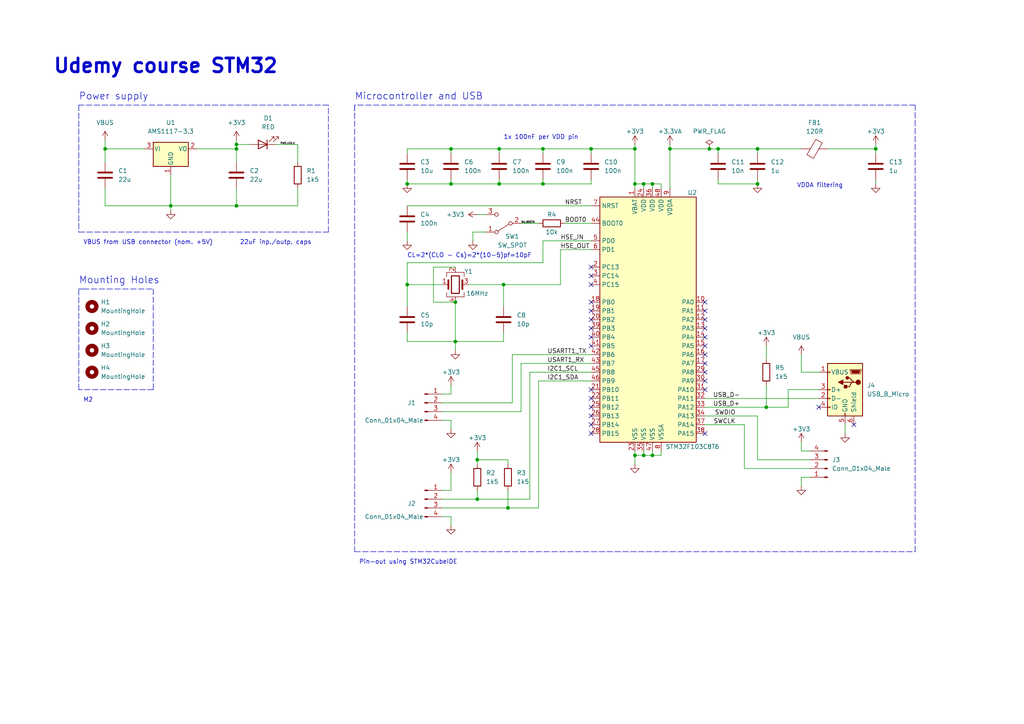
<source format=kicad_sch>
(kicad_sch (version 20211123) (generator eeschema)
  (paper "A4")
  (title_block (title "Udemy course STM32") (date "10.06.2024") (rev "0.1") (company "Jan Baryczkowsksi"))
  (lib_symbols
    (symbol "Connector:Conn_01x04_Male" (pin_names (offset 1.016) hide)
      (property "Reference" "J" (at 0 5.08 0))
      (property "Value" "Conn_01x04_Male" (at 0 -7.62 0))
      (symbol "Conn_01x04_Male_1_1"
        (polyline (pts (xy 1.27 -5.08) (xy 0.8636 -5.08)) (stroke (width 0.1524)))
        (polyline (pts (xy 1.27 -2.54) (xy 0.8636 -2.54)) (stroke (width 0.1524)))
        (polyline (pts (xy 1.27 0) (xy 0.8636 0)) (stroke (width 0.1524)))
        (polyline (pts (xy 1.27 2.54) (xy 0.8636 2.54)) (stroke (width 0.1524)))
        (rectangle (start 0.8636 -4.953) (end 0 -5.207) (stroke (width 0.1524)) (fill (type outline)))
        (rectangle (start 0.8636 -2.413) (end 0 -2.667) (stroke (width 0.1524)) (fill (type outline)))
        (rectangle (start 0.8636 0.127) (end 0 -0.127) (stroke (width 0.1524)) (fill (type outline)))
        (rectangle (start 0.8636 2.667) (end 0 2.413) (stroke (width 0.1524)) (fill (type outline)))
        (pin passive line (at 5.08 2.54 180) (length 3.81) (name "Pin_1") (number "1"))
        (pin passive line (at 5.08 0 180) (length 3.81) (name "Pin_2") (number "2"))
        (pin passive line (at 5.08 -2.54 180) (length 3.81) (name "Pin_3") (number "3"))
        (pin passive line (at 5.08 -5.08 180) (length 3.81) (name "Pin_4") (number "4"))
      )
    )
    (symbol "Connector:USB_B_Micro" (pin_names (offset 1.016))
      (property "Reference" "J" (at -5.08 11.43 0))
      (property "Value" "USB_B_Micro" (at -5.08 8.89 0))
      (symbol "USB_B_Micro_0_1"
        (rectangle (start -5.08 -7.62) (end 5.08 7.62) (stroke (width 0.254)) (fill (type background)))
        (circle (center -3.81 2.159) (radius 0.635) (stroke (width 0.254)) (fill (type outline)))
        (circle (center -0.635 3.429) (radius 0.381) (stroke (width 0.254)) (fill (type outline)))
        (rectangle (start -0.127 -7.62) (end 0.127 -6.858))
        (polyline (pts (xy -1.905 2.159) (xy 0.635 2.159)) (stroke (width 0.254)))
        (polyline (pts (xy -3.175 2.159) (xy -2.54 2.159) (xy -1.27 3.429) (xy -0.635 3.429)) (stroke (width 0.254)))
        (polyline (pts (xy -2.54 2.159) (xy -1.905 2.159) (xy -1.27 0.889) (xy 0 0.889)) (stroke (width 0.254)))
        (polyline (pts (xy 0.635 2.794) (xy 0.635 1.524) (xy 1.905 2.159) (xy 0.635 2.794)) (stroke (width 0.254)) (fill (type outline)))
        (polyline (pts (xy -4.318 5.588) (xy -1.778 5.588) (xy -2.032 4.826) (xy -4.064 4.826) (xy -4.318 5.588)) (fill (type outline)))
        (polyline (pts (xy -4.699 5.842) (xy -4.699 5.588) (xy -4.445 4.826) (xy -4.445 4.572) (xy -1.651 4.572) (xy -1.651 4.826) (xy -1.397 5.588) (xy -1.397 5.842) (xy -4.699 5.842)))
        (rectangle (start 0.254 1.27) (end -0.508 0.508) (stroke (width 0.254)) (fill (type outline)))
        (rectangle (start 5.08 -5.207) (end 4.318 -4.953))
        (rectangle (start 5.08 -2.667) (end 4.318 -2.413))
        (rectangle (start 5.08 -0.127) (end 4.318 0.127))
        (rectangle (start 5.08 4.953) (end 4.318 5.207))
      )
      (symbol "USB_B_Micro_1_1"
        (pin power_out line (at 7.62 5.08 180) (length 2.54) (name "VBUS") (number "1"))
        (pin bidirectional line (at 7.62 -2.54 180) (length 2.54) (name "D-") (number "2"))
        (pin bidirectional line (at 7.62 0 180) (length 2.54) (name "D+") (number "3"))
        (pin passive line (at 7.62 -5.08 180) (length 2.54) (name "ID") (number "4"))
        (pin power_out line (at 0 -10.16 90) (length 2.54) (name "GND") (number "5"))
        (pin passive line (at -2.54 -10.16 90) (length 2.54) (name "Shield") (number "6"))
      )
    )
    (symbol "Device:C" (pin_numbers hide) (pin_names (offset 0.254))
      (property "Reference" "C" (at 0.635 2.54 0))
      (property "Value" "C" (at 0.635 -2.54 0))
      (symbol "C_0_1"
        (polyline (pts (xy -2.032 -0.762) (xy 2.032 -0.762)) (stroke (width 0.508)))
        (polyline (pts (xy -2.032 0.762) (xy 2.032 0.762)) (stroke (width 0.508)))
      )
      (symbol "C_1_1"
        (pin passive line (at 0 3.81 270) (length 2.794) (name "~") (number "1"))
        (pin passive line (at 0 -3.81 90) (length 2.794) (name "~") (number "2"))
      )
    )
    (symbol "Device:Crystal_GND24" (pin_names (offset 1.016) hide)
      (property "Reference" "Y" (at 3.175 5.08 0))
      (property "Value" "Crystal_GND24" (at 3.175 3.175 0))
      (symbol "Crystal_GND24_0_1"
        (rectangle (start -1.143 2.54) (end 1.143 -2.54) (stroke (width 0.3048)))
        (polyline (pts (xy -2.54 0) (xy -2.032 0)))
        (polyline (pts (xy -2.032 -1.27) (xy -2.032 1.27)) (stroke (width 0.508)))
        (polyline (pts (xy 0 -3.81) (xy 0 -3.556)))
        (polyline (pts (xy 0 3.556) (xy 0 3.81)))
        (polyline (pts (xy 2.032 -1.27) (xy 2.032 1.27)) (stroke (width 0.508)))
        (polyline (pts (xy 2.032 0) (xy 2.54 0)))
        (polyline (pts (xy -2.54 -2.286) (xy -2.54 -3.556) (xy 2.54 -3.556) (xy 2.54 -2.286)))
        (polyline (pts (xy -2.54 2.286) (xy -2.54 3.556) (xy 2.54 3.556) (xy 2.54 2.286)))
      )
      (symbol "Crystal_GND24_1_1"
        (pin passive line (at -3.81 0 0) (length 1.27) (name "1") (number "1"))
        (pin passive line (at 0 5.08 270) (length 1.27) (name "2") (number "2"))
        (pin passive line (at 3.81 0 180) (length 1.27) (name "3") (number "3"))
        (pin passive line (at 0 -5.08 90) (length 1.27) (name "4") (number "4"))
      )
    )
    (symbol "Device:FerriteBead" (pin_numbers hide) (pin_names (offset 0))
      (property "Reference" "FB" (at -3.81 0.635 90))
      (property "Value" "FerriteBead" (at 3.81 0 90))
      (symbol "FerriteBead_0_1"
        (polyline (pts (xy 0 -1.27) (xy 0 -1.2192)))
        (polyline (pts (xy 0 1.27) (xy 0 1.2954)))
        (polyline (pts (xy -2.7686 0.4064) (xy -1.7018 2.2606) (xy 2.7686 -0.3048) (xy 1.6764 -2.159) (xy -2.7686 0.4064)))
      )
      (symbol "FerriteBead_1_1"
        (pin passive line (at 0 3.81 270) (length 2.54) (name "~") (number "1"))
        (pin passive line (at 0 -3.81 90) (length 2.54) (name "~") (number "2"))
      )
    )
    (symbol "Device:LED" (pin_numbers hide) (pin_names (offset 1.016) hide)
      (property "Reference" "D" (at 0 2.54 0))
      (property "Value" "LED" (at 0 -2.54 0))
      (symbol "LED_0_1"
        (polyline (pts (xy -1.27 -1.27) (xy -1.27 1.27)) (stroke (width 0.254)))
        (polyline (pts (xy -1.27 0) (xy 1.27 0)))
        (polyline (pts (xy 1.27 -1.27) (xy 1.27 1.27) (xy -1.27 0) (xy 1.27 -1.27)) (stroke (width 0.254)))
        (polyline (pts (xy -3.048 -0.762) (xy -4.572 -2.286) (xy -3.81 -2.286) (xy -4.572 -2.286) (xy -4.572 -1.524)))
        (polyline (pts (xy -1.778 -0.762) (xy -3.302 -2.286) (xy -2.54 -2.286) (xy -3.302 -2.286) (xy -3.302 -1.524)))
      )
      (symbol "LED_1_1"
        (pin passive line (at -3.81 0 0) (length 2.54) (name "K") (number "1"))
        (pin passive line (at 3.81 0 180) (length 2.54) (name "A") (number "2"))
      )
    )
    (symbol "Device:R" (pin_numbers hide) (pin_names (offset 0))
      (property "Reference" "R" (at 2.032 0 90))
      (property "Value" "R" (at 0 0 90))
      (symbol "R_0_1"
        (rectangle (start -1.016 -2.54) (end 1.016 2.54) (stroke (width 0.254)))
      )
      (symbol "R_1_1"
        (pin passive line (at 0 3.81 270) (length 1.27) (name "~") (number "1"))
        (pin passive line (at 0 -3.81 90) (length 1.27) (name "~") (number "2"))
      )
    )
    (symbol "MCU_ST_STM32F1:STM32F103C8Tx"
      (property "Reference" "U" (at -15.24 36.83 0))
      (property "Value" "STM32F103C8Tx" (at 7.62 36.83 0))
      (symbol "STM32F103C8Tx_0_1"
        (rectangle (start -15.24 -35.56) (end 12.7 35.56) (stroke (width 0.254)) (fill (type background)))
      )
      (symbol "STM32F103C8Tx_1_1"
        (pin power_in line (at -5.08 38.1 270) (length 2.54) (name "VBAT") (number "1"))
        (pin bidirectional line (at 15.24 5.08 180) (length 2.54) (name "PA0") (number "10"))
        (pin bidirectional line (at 15.24 2.54 180) (length 2.54) (name "PA1") (number "11"))
        (pin bidirectional line (at 15.24 0 180) (length 2.54) (name "PA2") (number "12"))
        (pin bidirectional line (at 15.24 -2.54 180) (length 2.54) (name "PA3") (number "13"))
        (pin bidirectional line (at 15.24 -5.08 180) (length 2.54) (name "PA4") (number "14"))
        (pin bidirectional line (at 15.24 -7.62 180) (length 2.54) (name "PA5") (number "15"))
        (pin bidirectional line (at 15.24 -10.16 180) (length 2.54) (name "PA6") (number "16"))
        (pin bidirectional line (at 15.24 -12.7 180) (length 2.54) (name "PA7") (number "17"))
        (pin bidirectional line (at -17.78 5.08 0) (length 2.54) (name "PB0") (number "18"))
        (pin bidirectional line (at -17.78 2.54 0) (length 2.54) (name "PB1") (number "19"))
        (pin bidirectional line (at -17.78 15.24 0) (length 2.54) (name "PC13") (number "2"))
        (pin bidirectional line (at -17.78 0 0) (length 2.54) (name "PB2") (number "20"))
        (pin bidirectional line (at -17.78 -20.32 0) (length 2.54) (name "PB10") (number "21"))
        (pin bidirectional line (at -17.78 -22.86 0) (length 2.54) (name "PB11") (number "22"))
        (pin power_in line (at -5.08 -38.1 90) (length 2.54) (name "VSS") (number "23"))
        (pin power_in line (at -2.54 38.1 270) (length 2.54) (name "VDD") (number "24"))
        (pin bidirectional line (at -17.78 -25.4 0) (length 2.54) (name "PB12") (number "25"))
        (pin bidirectional line (at -17.78 -27.94 0) (length 2.54) (name "PB13") (number "26"))
        (pin bidirectional line (at -17.78 -30.48 0) (length 2.54) (name "PB14") (number "27"))
        (pin bidirectional line (at -17.78 -33.02 0) (length 2.54) (name "PB15") (number "28"))
        (pin bidirectional line (at 15.24 -15.24 180) (length 2.54) (name "PA8") (number "29"))
        (pin bidirectional line (at -17.78 12.7 0) (length 2.54) (name "PC14") (number "3"))
        (pin bidirectional line (at 15.24 -17.78 180) (length 2.54) (name "PA9") (number "30"))
        (pin bidirectional line (at 15.24 -20.32 180) (length 2.54) (name "PA10") (number "31"))
        (pin bidirectional line (at 15.24 -22.86 180) (length 2.54) (name "PA11") (number "32"))
        (pin bidirectional line (at 15.24 -25.4 180) (length 2.54) (name "PA12") (number "33"))
        (pin bidirectional line (at 15.24 -27.94 180) (length 2.54) (name "PA13") (number "34"))
        (pin power_in line (at -2.54 -38.1 90) (length 2.54) (name "VSS") (number "35"))
        (pin power_in line (at 0 38.1 270) (length 2.54) (name "VDD") (number "36"))
        (pin bidirectional line (at 15.24 -30.48 180) (length 2.54) (name "PA14") (number "37"))
        (pin bidirectional line (at 15.24 -33.02 180) (length 2.54) (name "PA15") (number "38"))
        (pin bidirectional line (at -17.78 -2.54 0) (length 2.54) (name "PB3") (number "39"))
        (pin bidirectional line (at -17.78 10.16 0) (length 2.54) (name "PC15") (number "4"))
        (pin bidirectional line (at -17.78 -5.08 0) (length 2.54) (name "PB4") (number "40"))
        (pin bidirectional line (at -17.78 -7.62 0) (length 2.54) (name "PB5") (number "41"))
        (pin bidirectional line (at -17.78 -10.16 0) (length 2.54) (name "PB6") (number "42"))
        (pin bidirectional line (at -17.78 -12.7 0) (length 2.54) (name "PB7") (number "43"))
        (pin input line (at -17.78 27.94 0) (length 2.54) (name "BOOT0") (number "44"))
        (pin bidirectional line (at -17.78 -15.24 0) (length 2.54) (name "PB8") (number "45"))
        (pin bidirectional line (at -17.78 -17.78 0) (length 2.54) (name "PB9") (number "46"))
        (pin power_in line (at 0 -38.1 90) (length 2.54) (name "VSS") (number "47"))
        (pin power_in line (at 2.54 38.1 270) (length 2.54) (name "VDD") (number "48"))
        (pin input line (at -17.78 22.86 0) (length 2.54) (name "PD0") (number "5"))
        (pin input line (at -17.78 20.32 0) (length 2.54) (name "PD1") (number "6"))
        (pin input line (at -17.78 33.02 0) (length 2.54) (name "NRST") (number "7"))
        (pin power_in line (at 2.54 -38.1 90) (length 2.54) (name "VSSA") (number "8"))
        (pin power_in line (at 5.08 38.1 270) (length 2.54) (name "VDDA") (number "9"))
      )
    )
    (symbol "Mechanical:MountingHole" (pin_names (offset 1.016))
      (property "Reference" "H" (at 0 5.08 0))
      (property "Value" "MountingHole" (at 0 3.175 0))
      (symbol "MountingHole_0_1"
        (circle (center 0 0) (radius 1.27) (stroke (width 1.27)))
      )
    )
    (symbol "Regulator_Linear:AMS1117-3.3" (pin_names (offset 0.254))
      (property "Reference" "U" (at -3.81 3.175 0))
      (property "Value" "AMS1117-3.3" (at 0 3.175 0))
      (symbol "AMS1117-3.3_0_1"
        (rectangle (start -5.08 -5.08) (end 5.08 1.905) (stroke (width 0.254)) (fill (type background)))
      )
      (symbol "AMS1117-3.3_1_1"
        (pin power_in line (at 0 -7.62 90) (length 2.54) (name "GND") (number "1"))
        (pin power_out line (at 7.62 0 180) (length 2.54) (name "VO") (number "2"))
        (pin power_in line (at -7.62 0 0) (length 2.54) (name "VI") (number "3"))
      )
    )
    (symbol "Switch:SW_SPDT" (pin_names (offset 0) hide)
      (property "Reference" "SW" (at 0 4.318 0))
      (property "Value" "SW_SPDT" (at 0 -5.08 0))
      (symbol "SW_SPDT_0_0"
        (circle (center -2.032 0) (radius 0.508))
        (circle (center 2.032 -2.54) (radius 0.508))
      )
      (symbol "SW_SPDT_0_1"
        (polyline (pts (xy -1.524 0.254) (xy 1.651 2.286)))
        (circle (center 2.032 2.54) (radius 0.508))
      )
      (symbol "SW_SPDT_1_1"
        (pin passive line (at 5.08 2.54 180) (length 2.54) (name "A") (number "1"))
        (pin passive line (at -5.08 0 0) (length 2.54) (name "B") (number "2"))
        (pin passive line (at 5.08 -2.54 180) (length 2.54) (name "C") (number "3"))
      )
    )
    (symbol "power:+3.3V" (power) (pin_names (offset 0))
      (property "Value" "+3.3V" (at 0 3.556 0))
      (symbol "+3.3V_0_1"
        (polyline (pts (xy -0.762 1.27) (xy 0 2.54)))
        (polyline (pts (xy 0 0) (xy 0 2.54)))
        (polyline (pts (xy 0 2.54) (xy 0.762 1.27)))
      )
      (symbol "+3.3V_1_1"
        (pin power_in line (at 0 0 90) (length 0) hide (name "+3V3") (number "1"))
      )
    )
    (symbol "power:+3.3VA" (power) (pin_names (offset 0))
      (property "Value" "+3.3VA" (at 0 3.556 0))
      (symbol "+3.3VA_0_1"
        (polyline (pts (xy -0.762 1.27) (xy 0 2.54)))
        (polyline (pts (xy 0 0) (xy 0 2.54)))
        (polyline (pts (xy 0 2.54) (xy 0.762 1.27)))
      )
      (symbol "+3.3VA_1_1"
        (pin power_in line (at 0 0 90) (length 0) hide (name "+3.3VA") (number "1"))
      )
    )
    (symbol "power:GND" (power) (pin_names (offset 0))
      (property "Value" "GND" (at 0 -3.81 0))
      (symbol "GND_0_1"
        (polyline (pts (xy 0 0) (xy 0 -1.27) (xy 1.27 -1.27) (xy 0 -2.54) (xy -1.27 -1.27) (xy 0 -1.27)))
      )
      (symbol "GND_1_1"
        (pin power_in line (at 0 0 270) (length 0) hide (name "GND") (number "1"))
      )
    )
    (symbol "power:PWR_FLAG" (power) (pin_numbers hide) (pin_names (offset 0) hide)
      (property "Value" "PWR_FLAG" (at 0 3.81 0))
      (symbol "PWR_FLAG_0_0"
        (pin power_out line (at 0 0 90) (length 0) (name "pwr") (number "1"))
      )
      (symbol "PWR_FLAG_0_1"
        (polyline (pts (xy 0 0) (xy 0 1.27) (xy -1.016 1.905) (xy 0 2.54) (xy 1.016 1.905) (xy 0 1.27)))
      )
    )
    (symbol "power:VBUS" (power) (pin_names (offset 0))
      (property "Value" "VBUS" (at 0 3.81 0))
      (symbol "VBUS_0_1"
        (polyline (pts (xy -0.762 1.27) (xy 0 2.54)))
        (polyline (pts (xy 0 0) (xy 0 2.54)))
        (polyline (pts (xy 0 2.54) (xy 0.762 1.27)))
      )
      (symbol "VBUS_1_1"
        (pin power_in line (at 0 0 90) (length 0) hide (name "VBUS") (number "1"))
      )
    )
  )
  (junction (at 184.15 53.34))
  (junction (at 184.15 132.08))
  (junction (at 222.25 118.11))
  (junction (at 144.78 53.34))
  (junction (at 205.74 43.18))
  (junction (at 30.48 43.18))
  (junction (at 157.48 53.34))
  (junction (at 171.45 43.18))
  (junction (at 130.81 53.34))
  (junction (at 138.43 144.78))
  (junction (at 254 43.18))
  (junction (at 186.69 53.34))
  (junction (at 68.58 59.69))
  (junction (at 118.11 53.34))
  (junction (at 208.28 43.18))
  (junction (at 130.81 43.18))
  (junction (at 189.23 53.34))
  (junction (at 186.69 132.08))
  (junction (at 146.05 82.55))
  (junction (at 144.78 43.18))
  (junction (at 49.53 59.69))
  (junction (at 219.71 53.34))
  (junction (at 157.48 43.18))
  (junction (at 132.08 87.63))
  (junction (at 68.58 41.91))
  (junction (at 138.43 133.35))
  (junction (at 68.58 43.18))
  (junction (at 132.08 99.06))
  (junction (at 219.71 43.18))
  (junction (at 147.32 147.32))
  (junction (at 194.31 43.18))
  (junction (at 118.11 82.55))
  (junction (at 184.15 43.18))
  (junction (at 189.23 132.08))
  (no_connect (at 247.65 123.19))
  (no_connect (at 204.47 105.41))
  (no_connect (at 204.47 113.03))
  (no_connect (at 171.45 90.17))
  (no_connect (at 204.47 107.95))
  (no_connect (at 171.45 123.19))
  (no_connect (at 204.47 95.25))
  (no_connect (at 171.45 115.57))
  (no_connect (at 171.45 80.01))
  (no_connect (at 237.49 118.11))
  (no_connect (at 171.45 92.71))
  (no_connect (at 171.45 87.63))
  (no_connect (at 171.45 95.25))
  (no_connect (at 171.45 100.33))
  (no_connect (at 204.47 102.87))
  (no_connect (at 171.45 113.03))
  (no_connect (at 171.45 125.73))
  (no_connect (at 204.47 92.71))
  (no_connect (at 171.45 82.55))
  (no_connect (at 204.47 87.63))
  (no_connect (at 204.47 90.17))
  (no_connect (at 204.47 110.49))
  (no_connect (at 171.45 118.11))
  (no_connect (at 204.47 125.73))
  (no_connect (at 171.45 120.65))
  (no_connect (at 204.47 97.79))
  (no_connect (at 171.45 97.79))
  (no_connect (at 171.45 77.47))
  (no_connect (at 204.47 100.33))
  (wire (pts (xy 118.11 59.69) (xy 171.45 59.69)))
  (wire (pts (xy 184.15 132.08) (xy 184.15 134.62)))
  (wire (pts (xy 132.08 99.06) (xy 146.05 99.06)))
  (wire (pts (xy 208.28 52.07) (xy 208.28 53.34)))
  (wire (pts (xy 49.53 59.69) (xy 68.58 59.69)))
  (wire (pts (xy 232.41 140.97) (xy 232.41 138.43)))
  (wire (pts (xy 118.11 43.18) (xy 118.11 44.45)))
  (wire (pts (xy 49.53 50.8) (xy 49.53 59.69)))
  (wire (pts (xy 118.11 67.31) (xy 118.11 69.85)))
  (wire (pts (xy 222.25 111.76) (xy 222.25 118.11)))
  (wire (pts (xy 57.15 43.18) (xy 68.58 43.18)))
  (wire (pts (xy 204.47 115.57) (xy 237.49 115.57)))
  (wire (pts (xy 68.58 40.64) (xy 68.58 41.91)))
  (wire (pts (xy 148.59 102.87) (xy 171.45 102.87)))
  (wire (pts (xy 132.08 77.47) (xy 125.73 77.47)))
  (wire (pts (xy 184.15 130.81) (xy 184.15 132.08)))
  (wire (pts (xy 132.08 87.63) (xy 132.08 99.06)))
  (wire (pts (xy 228.6 113.03) (xy 228.6 118.11)))
  (wire (pts (xy 130.81 43.18) (xy 130.81 44.45)))
  (wire (pts (xy 130.81 114.3) (xy 130.81 111.76)))
  (polyline (pts (xy 102.87 30.48) (xy 102.87 33.02)))
  (wire (pts (xy 147.32 133.35) (xy 138.43 133.35)))
  (wire (pts (xy 157.48 69.85) (xy 171.45 69.85)))
  (wire (pts (xy 194.31 43.18) (xy 194.31 54.61)))
  (wire (pts (xy 144.78 53.34) (xy 144.78 52.07)))
  (wire (pts (xy 171.45 43.18) (xy 184.15 43.18)))
  (wire (pts (xy 189.23 130.81) (xy 189.23 132.08)))
  (wire (pts (xy 222.25 100.33) (xy 222.25 104.14)))
  (wire (pts (xy 30.48 46.99) (xy 30.48 43.18)))
  (wire (pts (xy 128.27 114.3) (xy 130.81 114.3)))
  (wire (pts (xy 254 43.18) (xy 254 44.45)))
  (wire (pts (xy 153.67 107.95) (xy 171.45 107.95)))
  (wire (pts (xy 254 52.07) (xy 254 53.34)))
  (wire (pts (xy 184.15 53.34) (xy 186.69 53.34)))
  (wire (pts (xy 86.36 46.99) (xy 86.36 41.91)))
  (wire (pts (xy 128.27 149.86) (xy 130.81 149.86)))
  (wire (pts (xy 219.71 53.34) (xy 219.71 52.07)))
  (wire (pts (xy 157.48 43.18) (xy 144.78 43.18)))
  (wire (pts (xy 171.45 53.34) (xy 171.45 52.07)))
  (polyline (pts (xy 95.25 67.31) (xy 95.25 30.48)))
  (wire (pts (xy 189.23 132.08) (xy 191.77 132.08)))
  (polyline (pts (xy 24.13 83.82) (xy 44.45 83.82)))
  (wire (pts (xy 163.83 64.77) (xy 171.45 64.77)))
  (wire (pts (xy 208.28 53.34) (xy 219.71 53.34)))
  (wire (pts (xy 118.11 52.07) (xy 118.11 53.34)))
  (wire (pts (xy 234.95 130.81) (xy 232.41 130.81)))
  (polyline (pts (xy 22.86 83.82) (xy 24.13 83.82)))
  (wire (pts (xy 146.05 82.55) (xy 146.05 88.9)))
  (wire (pts (xy 240.03 43.18) (xy 254 43.18)))
  (wire (pts (xy 144.78 53.34) (xy 157.48 53.34)))
  (wire (pts (xy 138.43 130.81) (xy 138.43 133.35)))
  (polyline (pts (xy 102.87 160.02) (xy 265.43 160.02)))
  (wire (pts (xy 118.11 82.55) (xy 118.11 88.9)))
  (wire (pts (xy 130.81 53.34) (xy 144.78 53.34)))
  (wire (pts (xy 125.73 77.47) (xy 125.73 87.63)))
  (wire (pts (xy 232.41 107.95) (xy 232.41 102.87)))
  (wire (pts (xy 204.47 120.65) (xy 219.71 120.65)))
  (wire (pts (xy 194.31 43.18) (xy 205.74 43.18)))
  (wire (pts (xy 137.16 67.31) (xy 137.16 69.85)))
  (wire (pts (xy 68.58 41.91) (xy 68.58 43.18)))
  (wire (pts (xy 157.48 69.85) (xy 157.48 76.2)))
  (wire (pts (xy 147.32 142.24) (xy 147.32 147.32)))
  (wire (pts (xy 204.47 118.11) (xy 222.25 118.11)))
  (wire (pts (xy 186.69 53.34) (xy 189.23 53.34)))
  (wire (pts (xy 147.32 134.62) (xy 147.32 133.35)))
  (wire (pts (xy 171.45 43.18) (xy 171.45 44.45)))
  (wire (pts (xy 68.58 43.18) (xy 68.58 46.99)))
  (wire (pts (xy 138.43 142.24) (xy 138.43 144.78)))
  (wire (pts (xy 132.08 99.06) (xy 132.08 101.6)))
  (wire (pts (xy 156.21 110.49) (xy 171.45 110.49)))
  (wire (pts (xy 30.48 59.69) (xy 49.53 59.69)))
  (wire (pts (xy 146.05 96.52) (xy 146.05 99.06)))
  (wire (pts (xy 128.27 116.84) (xy 148.59 116.84)))
  (wire (pts (xy 144.78 43.18) (xy 144.78 44.45)))
  (polyline (pts (xy 102.87 30.48) (xy 102.87 160.02)))
  (wire (pts (xy 118.11 53.34) (xy 130.81 53.34)))
  (wire (pts (xy 171.45 43.18) (xy 157.48 43.18)))
  (wire (pts (xy 130.81 43.18) (xy 118.11 43.18)))
  (polyline (pts (xy 44.45 83.82) (xy 44.45 85.09)))
  (wire (pts (xy 86.36 59.69) (xy 68.58 59.69)))
  (wire (pts (xy 30.48 43.18) (xy 41.91 43.18)))
  (wire (pts (xy 237.49 107.95) (xy 232.41 107.95)))
  (polyline (pts (xy 265.43 160.02) (xy 265.43 30.48)))
  (wire (pts (xy 118.11 99.06) (xy 118.11 96.52)))
  (wire (pts (xy 153.67 107.95) (xy 153.67 144.78)))
  (wire (pts (xy 186.69 132.08) (xy 189.23 132.08)))
  (wire (pts (xy 118.11 82.55) (xy 118.11 76.2)))
  (polyline (pts (xy 44.45 83.82) (xy 44.45 113.03)))
  (wire (pts (xy 130.81 121.92) (xy 130.81 124.46)))
  (polyline (pts (xy 22.86 30.48) (xy 22.86 67.31)))
  (polyline (pts (xy 22.86 113.03) (xy 22.86 83.82)))
  (wire (pts (xy 148.59 116.84) (xy 148.59 102.87)))
  (wire (pts (xy 135.89 82.55) (xy 146.05 82.55)))
  (wire (pts (xy 157.48 53.34) (xy 171.45 53.34)))
  (wire (pts (xy 86.36 54.61) (xy 86.36 59.69)))
  (wire (pts (xy 254 41.91) (xy 254 43.18)))
  (wire (pts (xy 49.53 59.69) (xy 49.53 60.96)))
  (wire (pts (xy 232.41 138.43) (xy 234.95 138.43)))
  (wire (pts (xy 144.78 43.18) (xy 130.81 43.18)))
  (wire (pts (xy 219.71 43.18) (xy 232.41 43.18)))
  (wire (pts (xy 162.56 82.55) (xy 162.56 72.39)))
  (wire (pts (xy 128.27 142.24) (xy 130.81 142.24)))
  (wire (pts (xy 137.16 67.31) (xy 140.97 67.31)))
  (wire (pts (xy 128.27 121.92) (xy 130.81 121.92)))
  (polyline (pts (xy 265.43 30.48) (xy 102.87 30.48)))
  (wire (pts (xy 186.69 130.81) (xy 186.69 132.08)))
  (polyline (pts (xy 95.25 30.48) (xy 22.86 30.48)))
  (wire (pts (xy 130.81 149.86) (xy 130.81 152.4)))
  (wire (pts (xy 234.95 133.35) (xy 219.71 133.35)))
  (wire (pts (xy 162.56 72.39) (xy 171.45 72.39)))
  (wire (pts (xy 138.43 144.78) (xy 153.67 144.78)))
  (wire (pts (xy 118.11 99.06) (xy 132.08 99.06)))
  (wire (pts (xy 138.43 133.35) (xy 138.43 134.62)))
  (wire (pts (xy 189.23 53.34) (xy 191.77 53.34)))
  (wire (pts (xy 191.77 53.34) (xy 191.77 54.61)))
  (wire (pts (xy 189.23 53.34) (xy 189.23 54.61)))
  (wire (pts (xy 194.31 41.91) (xy 194.31 43.18)))
  (wire (pts (xy 128.27 119.38) (xy 151.13 119.38)))
  (wire (pts (xy 234.95 135.89) (xy 215.9 135.89)))
  (wire (pts (xy 205.74 43.18) (xy 208.28 43.18)))
  (wire (pts (xy 128.27 147.32) (xy 147.32 147.32)))
  (wire (pts (xy 68.58 41.91) (xy 72.39 41.91)))
  (wire (pts (xy 30.48 54.61) (xy 30.48 59.69)))
  (wire (pts (xy 237.49 113.03) (xy 228.6 113.03)))
  (wire (pts (xy 146.05 82.55) (xy 162.56 82.55)))
  (wire (pts (xy 219.71 133.35) (xy 219.71 120.65)))
  (wire (pts (xy 151.13 105.41) (xy 171.45 105.41)))
  (wire (pts (xy 215.9 135.89) (xy 215.9 123.19)))
  (wire (pts (xy 191.77 132.08) (xy 191.77 130.81)))
  (wire (pts (xy 151.13 64.77) (xy 156.21 64.77)))
  (wire (pts (xy 151.13 119.38) (xy 151.13 105.41)))
  (wire (pts (xy 184.15 43.18) (xy 184.15 53.34)))
  (wire (pts (xy 222.25 118.11) (xy 228.6 118.11)))
  (wire (pts (xy 118.11 76.2) (xy 157.48 76.2)))
  (wire (pts (xy 80.01 41.91) (xy 86.36 41.91)))
  (wire (pts (xy 30.48 40.64) (xy 30.48 43.18)))
  (wire (pts (xy 138.43 62.23) (xy 140.97 62.23)))
  (wire (pts (xy 232.41 130.81) (xy 232.41 128.27)))
  (polyline (pts (xy 44.45 113.03) (xy 22.86 113.03)))
  (wire (pts (xy 184.15 41.91) (xy 184.15 43.18)))
  (wire (pts (xy 184.15 132.08) (xy 186.69 132.08)))
  (wire (pts (xy 125.73 87.63) (xy 132.08 87.63)))
  (wire (pts (xy 208.28 43.18) (xy 219.71 43.18)))
  (wire (pts (xy 130.81 53.34) (xy 130.81 52.07)))
  (wire (pts (xy 219.71 43.18) (xy 219.71 44.45)))
  (wire (pts (xy 68.58 59.69) (xy 68.58 54.61)))
  (wire (pts (xy 147.32 147.32) (xy 156.21 147.32)))
  (wire (pts (xy 157.48 43.18) (xy 157.48 44.45)))
  (wire (pts (xy 208.28 43.18) (xy 208.28 44.45)))
  (wire (pts (xy 186.69 53.34) (xy 186.69 54.61)))
  (wire (pts (xy 245.11 123.19) (xy 245.11 125.73)))
  (wire (pts (xy 118.11 82.55) (xy 128.27 82.55)))
  (wire (pts (xy 184.15 53.34) (xy 184.15 54.61)))
  (wire (pts (xy 204.47 123.19) (xy 215.9 123.19)))
  (polyline (pts (xy 22.86 67.31) (xy 95.25 67.31)))
  (wire (pts (xy 156.21 147.32) (xy 156.21 110.49)))
  (wire (pts (xy 157.48 53.34) (xy 157.48 52.07)))
  (wire (pts (xy 130.81 137.16) (xy 130.81 142.24)))
  (wire (pts (xy 128.27 144.78) (xy 138.43 144.78)))
  (text "Pin-out using STM32CubeIDE\n" (at 104.14 163.83 0) (effects (font (size 1.27 1.27)) (justify left bottom)))
  (text "M2\n" (at 24.13 116.84 0) (effects (font (size 1.27 1.27)) (justify left bottom)))
  (text "VBUS from USB connector (nom. +5V)	22uF inp./outp. caps" (at 24.13 71.12 0) (effects (font (size 1.27 1.27)) (justify left bottom)))
  (text "1x 100nF per VDD pin\n" (at 146.05 40.64 0) (effects (font (size 1.27 1.27)) (justify left bottom)))
  (text "Power supply\n" (at 22.86 29.21 0) (effects (font (size 2 2)) (justify left bottom)))
  (text "Microcontroller and USB\n" (at 102.87 29.21 0) (effects (font (size 2 2)) (justify left bottom)))
  (text "Mounting Holes" (at 22.86 82.55 0) (effects (font (size 2 2)) (justify left bottom)))
  (text "VDDA filtering" (at 231.14 54.61 0) (effects (font (size 1.27 1.27)) (justify left bottom)))
  (text "CL=2*(CLO - Cs)=2*(10-5)pf=10pF" (at 118.11 74.93 0) (effects (font (size 1.27 1.27)) (justify left bottom)))
  (text "Udemy course STM32 " (at 15.24 21.59 0) (effects (font (size 4 4) bold) (justify left bottom)))
  (label "NRST" (at 163.83 59.69 0))
  (label "I2C1_SCL" (at 158.75 107.95 0))
  (label "USB_D-" (at 214.63 115.57 180))
  (label "USB_D+" (at 214.63 118.11 180))
  (label "HSE_OUT" (at 162.56 72.39 0))
  (label "SWCLK" (at 213.36 123.19 180))
  (label "HSE_IN" (at 162.56 69.85 0))
  (label "PWR_LED_K" (at 81.28 41.91 0) (effects (font (size 0.5 0.5))))
  (label "USARTT1_TX" (at 158.75 102.87 0))
  (label "USART1_RX" (at 158.75 105.41 0))
  (label "BOOT0" (at 163.83 64.77 0))
  (label "SWDIO" (at 213.36 120.65 180))
  (label "I2C1_SDA" (at 158.75 110.49 0))
  (label "SW_BOOT0" (at 151.13 64.77 0) (effects (font (size 0.5 0.5))))
  (symbol (lib_id "power:VBUS") (at 232.41 102.87 0) (unit 1)
    (property "Reference" "#PWR019" (effects hide))
    (property "Value" "VBUS" (at 232.41 97.79 0))
  )
  (symbol (lib_id "power:GND") (at 130.81 124.46 0) (unit 1)
    (property "Reference" "#PWR07" (effects hide))
    (property "Value" "GND" (effects hide))
  )
  (symbol (lib_id "power:GND") (at 49.53 60.96 0) (unit 1)
    (property "Reference" "#PWR02" (effects hide))
    (property "Value" "GND" (effects hide))
  )
  (symbol (lib_id "power:+3.3VA") (at 194.31 41.91 0) (unit 1)
    (property "Reference" "#PWR016" (effects hide))
    (property "Value" "+3.3VA" (at 194.31 38.1 0))
  )
  (symbol (lib_id "power:GND") (at 132.08 101.6 0) (unit 1)
    (property "Reference" "#PWR010" (effects hide))
    (property "Value" "GND" (effects hide))
  )
  (symbol (lib_id "power:GND") (at 118.11 53.34 0) (unit 1)
    (property "Reference" "#PWR04" (effects hide))
    (property "Value" "GND" (effects hide))
  )
  (symbol (lib_id "Connector:Conn_01x04_Male") (at 240.03 135.89 180) (unit 1)
    (property "Reference" "J3" (at 241.3 133.3499 0) (effects (justify right)))
    (property "Value" "Conn_01x04_Male" (at 241.3 135.8899 0) (effects (justify right)))
    (property "Footprint" "Connector_PinHeader_2.54mm:PinHeader_1x04_P2.54mm_Vertical" (effects hide))
  )
  (symbol (lib_id "Device:C") (at 254 48.26 0) (unit 1)
    (property "Reference" "C13" (at 257.81 46.9899 0) (effects (justify left)))
    (property "Value" "1u" (at 257.81 49.5299 0) (effects (justify left)))
    (property "Footprint" "Capacitor_SMD:C_0402_1005Metric" (effects hide))
  )
  (symbol (lib_id "power:GND") (at 118.11 69.85 0) (unit 1)
    (property "Reference" "#PWR05" (effects hide))
    (property "Value" "GND" (effects hide))
  )
  (symbol (lib_id "power:+3.3V") (at 130.81 111.76 0) (unit 1)
    (property "Reference" "#PWR06" (effects hide))
    (property "Value" "+3.3V" (at 130.81 107.95 0))
  )
  (symbol (lib_id "Device:C") (at 130.81 48.26 0) (unit 1)
    (property "Reference" "C6" (at 134.62 46.9899 0) (effects (justify left)))
    (property "Value" "100n" (at 134.62 49.5299 0) (effects (justify left)))
    (property "Footprint" "Capacitor_SMD:C_0402_1005Metric" (effects hide))
  )
  (symbol (lib_id "Regulator_Linear:AMS1117-3.3") (at 49.53 43.18 0) (unit 1)
    (property "Reference" "U1" (at 49.53 35.56 0))
    (property "Value" "AMS1117-3.3" (at 49.53 38.1 0))
    (property "Footprint" "Package_TO_SOT_SMD:SOT-223-3_TabPin2" (effects hide))
    (property "Datasheet" "http://www.advanced-monolithic.com/pdf/ds1117.pdf" (effects hide))
  )
  (symbol (lib_id "Device:R") (at 138.43 138.43 0) (unit 1)
    (property "Reference" "R2" (at 140.97 137.1599 0) (effects (justify left)))
    (property "Value" "1k5" (at 140.97 139.6999 0) (effects (justify left)))
    (property "Footprint" "Resistor_SMD:R_0402_1005Metric" (effects hide))
  )
  (symbol (lib_id "power:GND") (at 184.15 134.62 0) (unit 1)
    (property "Reference" "#PWR015" (effects hide))
    (property "Value" "GND" (effects hide))
  )
  (symbol (lib_id "Device:C") (at 171.45 48.26 0) (unit 1)
    (property "Reference" "C10" (at 175.26 46.9899 0) (effects (justify left)))
    (property "Value" "100n" (at 175.26 49.5299 0) (effects (justify left)))
    (property "Footprint" "Capacitor_SMD:C_0402_1005Metric" (effects hide))
  )
  (symbol (lib_id "Device:C") (at 118.11 63.5 0) (unit 1)
    (property "Reference" "C4" (at 121.92 62.2299 0) (effects (justify left)))
    (property "Value" "100n" (at 121.92 64.7699 0) (effects (justify left)))
    (property "Footprint" "Capacitor_SMD:C_0402_1005Metric" (effects hide))
  )
  (symbol (lib_id "power:+3.3V") (at 138.43 130.81 0) (unit 1)
    (property "Reference" "#PWR013" (effects hide))
    (property "Value" "+3.3V" (at 138.43 127 0))
  )
  (symbol (lib_id "power:+3.3V") (at 254 41.91 0) (unit 1)
    (property "Reference" "#PWR023" (effects hide))
    (property "Value" "+3.3V" (at 254 38.1 0))
  )
  (symbol (lib_id "Device:C") (at 219.71 48.26 0) (unit 1)
    (property "Reference" "C12" (at 223.52 46.9899 0) (effects (justify left)))
    (property "Value" "1u" (at 223.52 49.5299 0) (effects (justify left)))
    (property "Footprint" "Capacitor_SMD:C_0402_1005Metric" (effects hide))
  )
  (symbol (lib_id "Mechanical:MountingHole") (at 26.67 95.25 0) (unit 1)
    (property "Reference" "H2" (at 29.21 93.9799 0) (effects (justify left)))
    (property "Value" "MountingHole" (at 29.21 96.5199 0) (effects (justify left)))
    (property "Footprint" "MountingHole:MountingHole_2.2mm_M2" (effects hide))
  )
  (symbol (lib_id "Device:C") (at 68.58 50.8 0) (unit 1)
    (property "Reference" "C2" (at 72.39 49.5299 0) (effects (justify left)))
    (property "Value" "22u" (at 72.39 52.0699 0) (effects (justify left)))
    (property "Footprint" "Capacitor_SMD:C_0805_2012Metric" (effects hide))
  )
  (symbol (lib_id "power:GND") (at 232.41 140.97 0) (unit 1)
    (property "Reference" "#PWR021" (effects hide))
    (property "Value" "GND" (effects hide))
  )
  (symbol (lib_id "power:GND") (at 130.81 152.4 0) (unit 1)
    (property "Reference" "#PWR09" (effects hide))
    (property "Value" "GND" (effects hide))
  )
  (symbol (lib_id "Device:C") (at 118.11 48.26 0) (unit 1)
    (property "Reference" "C3" (at 121.92 46.9899 0) (effects (justify left)))
    (property "Value" "10u" (at 121.92 49.5299 0) (effects (justify left)))
    (property "Footprint" "Capacitor_SMD:C_0603_1608Metric" (effects hide))
  )
  (symbol (lib_id "Device:R") (at 86.36 50.8 0) (unit 1)
    (property "Reference" "R1" (at 88.9 49.5299 0) (effects (justify left)))
    (property "Value" "1k5" (at 88.9 52.0699 0) (effects (justify left)))
    (property "Footprint" "Resistor_SMD:R_0402_1005Metric" (effects hide))
  )
  (symbol (lib_id "power:VBUS") (at 30.48 40.64 0) (unit 1)
    (property "Reference" "#PWR01" (effects hide))
    (property "Value" "VBUS" (at 30.48 35.56 0))
  )
  (symbol (lib_id "power:GND") (at 254 53.34 0) (unit 1)
    (property "Reference" "#PWR024" (effects hide))
    (property "Value" "GND" (effects hide))
  )
  (symbol (lib_id "Device:C") (at 118.11 92.71 0) (unit 1)
    (property "Reference" "C5" (at 121.92 91.4399 0) (effects (justify left)))
    (property "Value" "10p" (at 121.92 93.9799 0) (effects (justify left)))
    (property "Footprint" "Capacitor_SMD:C_0402_1005Metric" (effects hide))
  )
  (symbol (lib_id "Mechanical:MountingHole") (at 26.67 107.95 0) (unit 1)
    (property "Reference" "H4" (at 29.21 106.6799 0) (effects (justify left)))
    (property "Value" "MountingHole" (at 29.21 109.2199 0) (effects (justify left)))
    (property "Footprint" "MountingHole:MountingHole_2.2mm_M2" (effects hide))
  )
  (symbol (lib_id "Connector:Conn_01x04_Male") (at 123.19 116.84 0) (unit 1)
    (property "Reference" "J1" (at 119.38 116.84 0))
    (property "Value" "Conn_01x04_Male" (at 114.3 121.92 0))
    (property "Footprint" "Connector_PinHeader_2.54mm:PinHeader_1x04_P2.54mm_Vertical" (effects hide))
  )
  (symbol (lib_id "power:PWR_FLAG") (at 205.74 43.18 0) (unit 1)
    (property "Reference" "#FLG0101" (effects hide))
    (property "Value" "PWR_FLAG" (at 205.74 38.1 0))
  )
  (symbol (lib_id "power:+3.3V") (at 138.43 62.23 90) (unit 1)
    (property "Reference" "#PWR012" (effects hide))
    (property "Value" "+3.3V" (at 132.08 62.23 90))
  )
  (symbol (lib_id "power:+3.3V") (at 232.41 128.27 0) (unit 1)
    (property "Reference" "#PWR020" (effects hide))
    (property "Value" "+3.3V" (at 232.41 124.46 0))
  )
  (symbol (lib_id "Mechanical:MountingHole") (at 26.67 101.6 0) (unit 1)
    (property "Reference" "H3" (at 29.21 100.3299 0) (effects (justify left)))
    (property "Value" "MountingHole" (at 29.21 102.8699 0) (effects (justify left)))
    (property "Footprint" "MountingHole:MountingHole_2.2mm_M2" (effects hide))
  )
  (symbol (lib_id "Mechanical:MountingHole") (at 26.67 88.9 0) (unit 1)
    (property "Reference" "H1" (at 29.21 87.6299 0) (effects (justify left)))
    (property "Value" "MountingHole" (at 29.21 90.1699 0) (effects (justify left)))
    (property "Footprint" "MountingHole:MountingHole_2.2mm_M2" (effects hide))
  )
  (symbol (lib_id "power:GND") (at 245.11 125.73 0) (unit 1)
    (property "Reference" "#PWR022" (effects hide))
    (property "Value" "GND" (effects hide))
  )
  (symbol (lib_id "Device:LED") (at 76.2 41.91 180) (unit 1)
    (property "Reference" "D1" (at 77.7875 34.29 0))
    (property "Value" "RED" (at 77.7875 36.83 0))
    (property "Footprint" "LED_SMD:LED_0603_1608Metric" (effects hide))
  )
  (symbol (lib_id "Connector:Conn_01x04_Male") (at 123.19 144.78 0) (unit 1)
    (property "Reference" "J2" (at 119.38 146.05 0))
    (property "Value" "Conn_01x04_Male" (at 114.3 149.86 0))
    (property "Footprint" "Connector_PinHeader_2.54mm:PinHeader_1x04_P2.54mm_Vertical" (effects hide))
  )
  (symbol (lib_id "Switch:SW_SPDT") (at 146.05 64.77 180) (unit 1)
    (property "Reference" "SW1" (at 148.59 68.58 0))
    (property "Value" "SW_SPDT" (at 148.59 71.12 0))
    (property "Footprint" "Button_Switch_SMD:SW_SPDT_PCM12" (effects hide))
  )
  (symbol (lib_id "power:+3.3V") (at 130.81 137.16 0) (unit 1)
    (property "Reference" "#PWR08" (effects hide))
    (property "Value" "+3.3V" (at 130.81 133.35 0))
  )
  (symbol (lib_id "Device:R") (at 160.02 64.77 90) (unit 1)
    (property "Reference" "R4" (at 160.02 62.23 90))
    (property "Value" "10k" (at 160.02 67.31 90))
    (property "Footprint" "Resistor_SMD:R_0402_1005Metric" (effects hide))
  )
  (symbol (lib_id "Device:R") (at 147.32 138.43 0) (unit 1)
    (property "Reference" "R3" (at 149.86 137.1599 0) (effects (justify left)))
    (property "Value" "1k5" (at 149.86 139.6999 0) (effects (justify left)))
    (property "Footprint" "Resistor_SMD:R_0402_1005Metric" (effects hide))
  )
  (symbol (lib_id "Connector:USB_B_Micro") (at 245.11 113.03 0) (mirror y) (unit 1)
    (property "Reference" "J4" (at 251.46 111.7599 0) (effects (justify right)))
    (property "Value" "USB_B_Micro" (at 251.46 114.2999 0) (effects (justify right)))
    (property "Footprint" "Connector_USB:USB_Micro-B_Wuerth_629105150521" (effects hide))
  )
  (symbol (lib_id "Device:R") (at 222.25 107.95 0) (unit 1)
    (property "Reference" "R5" (at 224.79 106.6799 0) (effects (justify left)))
    (property "Value" "1k5" (at 224.79 109.2199 0) (effects (justify left)))
    (property "Footprint" "Resistor_SMD:R_0402_1005Metric" (effects hide))
  )
  (symbol (lib_id "power:+3.3V") (at 184.15 41.91 0) (unit 1)
    (property "Reference" "#PWR014" (effects hide))
    (property "Value" "+3.3V" (at 184.15 38.1 0))
  )
  (symbol (lib_id "power:GND") (at 137.16 69.85 0) (unit 1)
    (property "Reference" "#PWR011" (effects hide))
    (property "Value" "GND" (effects hide))
  )
  (symbol (lib_id "Device:C") (at 146.05 92.71 0) (unit 1)
    (property "Reference" "C8" (at 149.86 91.4399 0) (effects (justify left)))
    (property "Value" "10p" (at 149.86 93.9799 0) (effects (justify left)))
    (property "Footprint" "Capacitor_SMD:C_0402_1005Metric" (effects hide))
  )
  (symbol (lib_id "power:+3.3V") (at 68.58 40.64 0) (unit 1)
    (property "Reference" "#PWR03" (effects hide))
    (property "Value" "+3.3V" (at 68.58 35.56 0))
  )
  (symbol (lib_id "power:GND") (at 219.71 53.34 0) (unit 1)
    (property "Reference" "#PWR017" (effects hide))
    (property "Value" "GND" (effects hide))
  )
  (symbol (lib_id "Device:C") (at 144.78 48.26 0) (unit 1)
    (property "Reference" "C7" (at 148.59 46.9899 0) (effects (justify left)))
    (property "Value" "100n" (at 148.59 49.5299 0) (effects (justify left)))
    (property "Footprint" "Capacitor_SMD:C_0402_1005Metric" (effects hide))
  )
  (symbol (lib_id "Device:C") (at 208.28 48.26 0) (unit 1)
    (property "Reference" "C11" (at 212.09 46.9899 0) (effects (justify left)))
    (property "Value" "10n" (at 212.09 49.5299 0) (effects (justify left)))
    (property "Footprint" "Capacitor_SMD:C_0402_1005Metric" (effects hide))
  )
  (symbol (lib_id "Device:C") (at 157.48 48.26 0) (unit 1)
    (property "Reference" "C9" (at 161.29 46.9899 0) (effects (justify left)))
    (property "Value" "100n" (at 161.29 49.5299 0) (effects (justify left)))
    (property "Footprint" "Capacitor_SMD:C_0402_1005Metric" (effects hide))
  )
  (symbol (lib_id "power:+3.3V") (at 222.25 100.33 0) (unit 1)
    (property "Reference" "#PWR018" (effects hide))
    (property "Value" "+3.3V" (at 222.25 96.52 0))
  )
  (symbol (lib_id "Device:C") (at 30.48 50.8 0) (unit 1)
    (property "Reference" "C1" (at 34.29 49.5299 0) (effects (justify left)))
    (property "Value" "22u" (at 34.29 52.0699 0) (effects (justify left)))
    (property "Footprint" "Capacitor_SMD:C_0805_2012Metric" (effects hide))
  )
  (symbol (lib_id "Device:FerriteBead") (at 236.22 43.18 270) (unit 1)
    (property "Reference" "FB1" (at 236.2708 35.56 90))
    (property "Value" "120R" (at 236.2708 38.1 90))
    (property "Footprint" "Inductor_SMD:L_0603_1608Metric" (effects hide))
  )
  (symbol (lib_id "MCU_ST_STM32F1:STM32F103C8Tx") (at 189.23 92.71 0) (unit 1)
    (property "Reference" "U2" (at 199.39 55.88 0) (effects (justify left)))
    (property "Value" "STM32F103C8T6" (at 193.04 129.54 0) (effects (justify left)))
    (property "Footprint" "Package_QFP:LQFP-48_7x7mm_P0.5mm" (effects hide))
    (property "Datasheet" "http://www.st.com/st-web-ui/static/active/en/resource/technical/document/datasheet/CD00161566.pdf" (effects hide))
  )
  (symbol (lib_id "Device:Crystal_GND24") (at 132.08 82.55 0) (unit 1)
    (property "Reference" "Y1" (at 135.89 78.74 0))
    (property "Value" "16MHz" (at 138.43 85.09 0))
    (property "Footprint" "Crystal:Crystal_SMD_3225-4Pin_3.2x2.5mm" (effects hide))
  )
)
</source>
